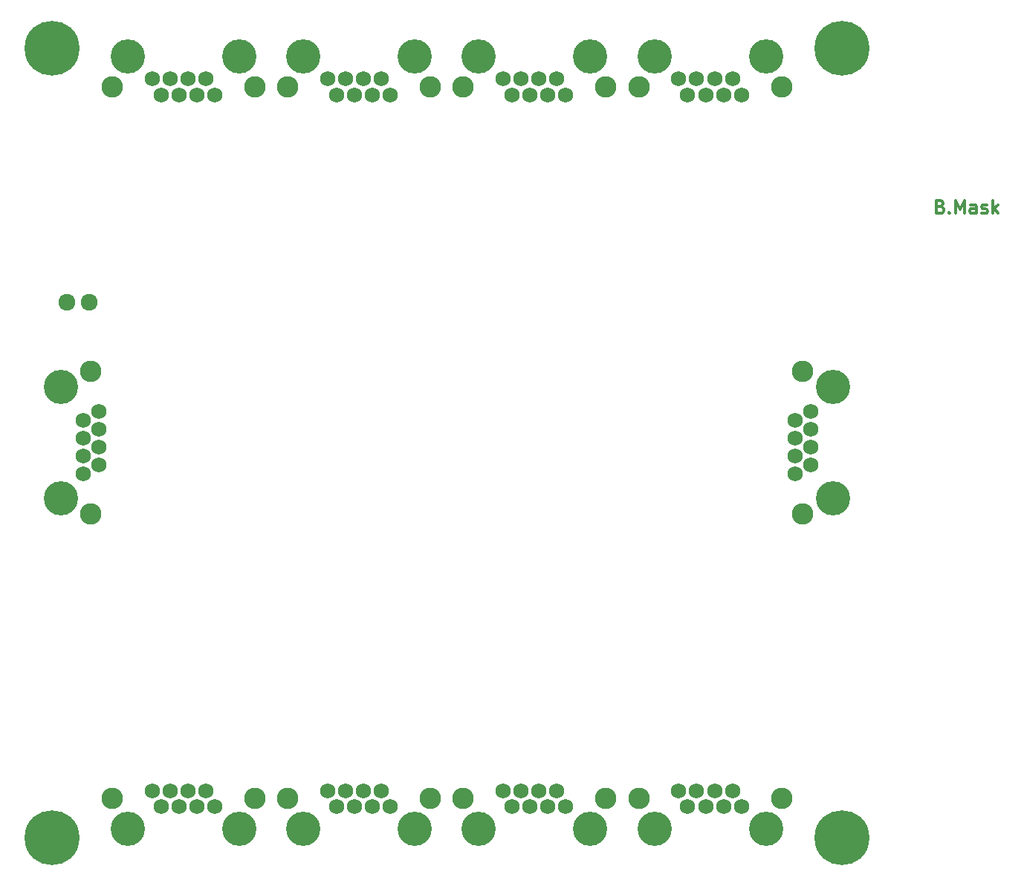
<source format=gbs>
G04 (created by PCBNEW (2013-07-07 BZR 4022)-stable) date 9/18/2013 14:10:39*
%MOIN*%
G04 Gerber Fmt 3.4, Leading zero omitted, Abs format*
%FSLAX34Y34*%
G01*
G70*
G90*
G04 APERTURE LIST*
%ADD10C,0.00590551*%
%ADD11C,0.011811*%
%ADD12C,0.0758425*%
%ADD13C,0.246063*%
%ADD14C,0.153543*%
%ADD15C,0.0689425*%
%ADD16C,0.0964567*%
G04 APERTURE END LIST*
G54D10*
G54D11*
X53641Y-19319D02*
X53726Y-19347D01*
X53754Y-19375D01*
X53782Y-19431D01*
X53782Y-19516D01*
X53754Y-19572D01*
X53726Y-19600D01*
X53669Y-19628D01*
X53444Y-19628D01*
X53444Y-19038D01*
X53641Y-19038D01*
X53697Y-19066D01*
X53726Y-19094D01*
X53754Y-19150D01*
X53754Y-19206D01*
X53726Y-19263D01*
X53697Y-19291D01*
X53641Y-19319D01*
X53444Y-19319D01*
X54035Y-19572D02*
X54063Y-19600D01*
X54035Y-19628D01*
X54007Y-19600D01*
X54035Y-19572D01*
X54035Y-19628D01*
X54316Y-19628D02*
X54316Y-19038D01*
X54513Y-19460D01*
X54710Y-19038D01*
X54710Y-19628D01*
X55244Y-19628D02*
X55244Y-19319D01*
X55216Y-19263D01*
X55160Y-19235D01*
X55047Y-19235D01*
X54991Y-19263D01*
X55244Y-19600D02*
X55188Y-19628D01*
X55047Y-19628D01*
X54991Y-19600D01*
X54963Y-19544D01*
X54963Y-19488D01*
X54991Y-19431D01*
X55047Y-19403D01*
X55188Y-19403D01*
X55244Y-19375D01*
X55497Y-19600D02*
X55553Y-19628D01*
X55666Y-19628D01*
X55722Y-19600D01*
X55750Y-19544D01*
X55750Y-19516D01*
X55722Y-19460D01*
X55666Y-19431D01*
X55582Y-19431D01*
X55525Y-19403D01*
X55497Y-19347D01*
X55497Y-19319D01*
X55525Y-19263D01*
X55582Y-19235D01*
X55666Y-19235D01*
X55722Y-19263D01*
X56003Y-19628D02*
X56003Y-19038D01*
X56060Y-19403D02*
X56228Y-19628D01*
X56228Y-19235D02*
X56003Y-19460D01*
G54D12*
X14460Y-23622D03*
X15460Y-23622D03*
G54D13*
X13779Y-47637D03*
X49212Y-47637D03*
X49212Y-12204D03*
X13779Y-12204D03*
G54D14*
X40807Y-12598D03*
X45807Y-12598D03*
G54D15*
X41901Y-13598D03*
X42303Y-14299D03*
X42704Y-13598D03*
X43106Y-14299D03*
X43507Y-13598D03*
X43909Y-14299D03*
X44311Y-13598D03*
X44712Y-14299D03*
G54D16*
X40106Y-13948D03*
X46507Y-13948D03*
G54D14*
X32933Y-12598D03*
X37933Y-12598D03*
G54D15*
X34027Y-13598D03*
X34429Y-14299D03*
X34830Y-13598D03*
X35232Y-14299D03*
X35633Y-13598D03*
X36035Y-14299D03*
X36437Y-13598D03*
X36838Y-14299D03*
G54D16*
X32232Y-13948D03*
X38633Y-13948D03*
G54D14*
X25059Y-12598D03*
X30059Y-12598D03*
G54D15*
X26153Y-13598D03*
X26555Y-14299D03*
X26956Y-13598D03*
X27358Y-14299D03*
X27759Y-13598D03*
X28161Y-14299D03*
X28562Y-13598D03*
X28964Y-14299D03*
G54D16*
X24358Y-13948D03*
X30759Y-13948D03*
G54D14*
X17185Y-12598D03*
X22185Y-12598D03*
G54D15*
X18279Y-13598D03*
X18681Y-14299D03*
X19082Y-13598D03*
X19484Y-14299D03*
X19885Y-13598D03*
X20287Y-14299D03*
X20688Y-13598D03*
X21090Y-14299D03*
G54D16*
X16484Y-13948D03*
X22885Y-13948D03*
G54D14*
X48818Y-27421D03*
X48818Y-32421D03*
G54D15*
X47818Y-28515D03*
X47118Y-28917D03*
X47818Y-29318D03*
X47118Y-29720D03*
X47818Y-30122D03*
X47118Y-30523D03*
X47818Y-30925D03*
X47118Y-31326D03*
G54D16*
X47468Y-26720D03*
X47468Y-33122D03*
G54D14*
X14173Y-32421D03*
X14173Y-27421D03*
G54D15*
X15173Y-31326D03*
X15874Y-30925D03*
X15173Y-30523D03*
X15874Y-30122D03*
X15173Y-29720D03*
X15874Y-29318D03*
X15173Y-28917D03*
X15874Y-28515D03*
G54D16*
X15523Y-33122D03*
X15523Y-26720D03*
G54D14*
X45807Y-47244D03*
X40807Y-47244D03*
G54D15*
X44712Y-46244D03*
X44311Y-45543D03*
X43909Y-46244D03*
X43507Y-45543D03*
X43106Y-46244D03*
X42704Y-45543D03*
X42303Y-46244D03*
X41901Y-45543D03*
G54D16*
X46507Y-45893D03*
X40106Y-45893D03*
G54D14*
X37933Y-47244D03*
X32933Y-47244D03*
G54D15*
X36838Y-46244D03*
X36437Y-45543D03*
X36035Y-46244D03*
X35633Y-45543D03*
X35232Y-46244D03*
X34830Y-45543D03*
X34429Y-46244D03*
X34027Y-45543D03*
G54D16*
X38633Y-45893D03*
X32232Y-45893D03*
G54D14*
X30059Y-47244D03*
X25059Y-47244D03*
G54D15*
X28964Y-46244D03*
X28562Y-45543D03*
X28161Y-46244D03*
X27759Y-45543D03*
X27358Y-46244D03*
X26956Y-45543D03*
X26555Y-46244D03*
X26153Y-45543D03*
G54D16*
X30759Y-45893D03*
X24358Y-45893D03*
G54D14*
X22185Y-47244D03*
X17185Y-47244D03*
G54D15*
X21090Y-46244D03*
X20688Y-45543D03*
X20287Y-46244D03*
X19885Y-45543D03*
X19484Y-46244D03*
X19082Y-45543D03*
X18681Y-46244D03*
X18279Y-45543D03*
G54D16*
X22885Y-45893D03*
X16484Y-45893D03*
M02*

</source>
